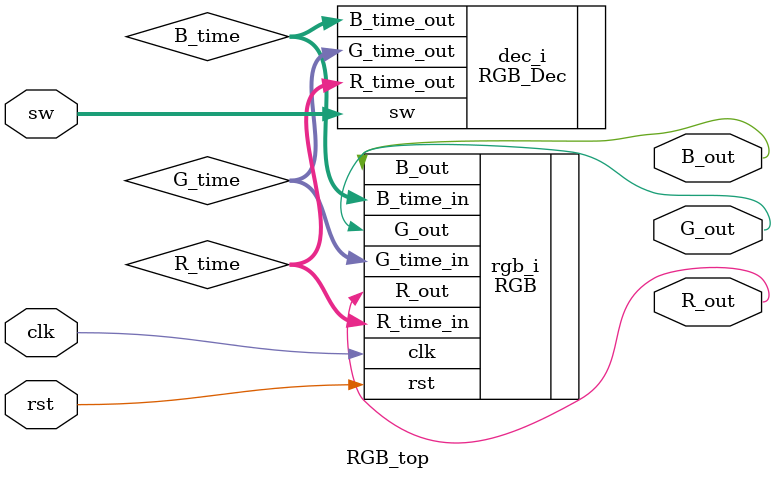
<source format=v>
`timescale 1ns / 1ps


module RGB_top(
    input       clk,
    input       rst,
    input [1:0] sw,
    output            R_out,
    output            G_out,
    output            B_out
    );
    
    wire [7:0] R_time, G_time, B_time;
    
    RGB_Dec dec_i (
    .sw ( sw ),
    .R_time_out ( R_time ),
    .G_time_out ( G_time ),
    .B_time_out ( B_time )
    );
    
    RGB rgb_i (
    .clk ( clk ),
    .rst ( rst ),
    .R_time_in ( R_time ),
    .G_time_in ( G_time ),
    .B_time_in ( B_time ),
    .R_out ( R_out ),
    .G_out ( G_out ),
    .B_out ( B_out )
    );
    
endmodule

</source>
